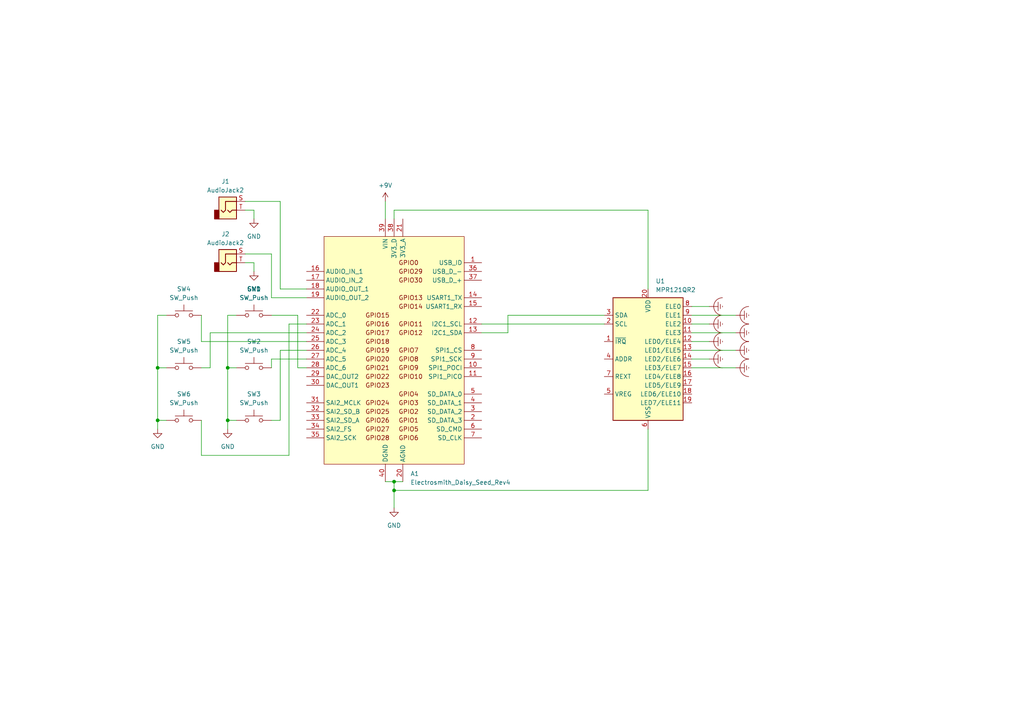
<source format=kicad_sch>
(kicad_sch (version 20230121) (generator eeschema)
  (paper "A4")
  (lib_symbols
    (symbol "Connector_Audio:AudioJack2"
      (property "Reference" "J" (at 0 8.89 0))
      (property "Value" "AudioJack2" (at 0 6.35 0))
      (symbol "AudioJack2_0_1"
        (rectangle (start -3.81 0) (end -2.54 -2.54) (stroke (width 0.254)) (fill (type outline)))
        (rectangle (start -2.54 3.81) (end 2.54 -2.54) (stroke (width 0.254)) (fill (type background)))
        (polyline (pts (xy 0 0) (xy 0.635 -0.635) (xy 1.27 0) (xy 2.54 0)) (stroke (width 0.254)))
        (polyline (pts (xy 2.54 2.54) (xy -0.635 2.54) (xy -0.635 0) (xy -1.27 -0.635) (xy -1.905 0)) (stroke (width 0.254)))
      )
      (symbol "AudioJack2_1_1"
        (pin passive line (at 5.08 2.54 180) (length 2.54) (name "~") (number "S"))
        (pin passive line (at 5.08 0 180) (length 2.54) (name "~") (number "T"))
      )
    )
    (symbol "MCU_Module:Electrosmith_Daisy_Seed_Rev4"
      (property "Reference" "A" (at -20.32 34.29 0))
      (property "Value" "Electrosmith_Daisy_Seed_Rev4" (at 33.02 34.29 0))
      (symbol "Electrosmith_Daisy_Seed_Rev4_0_0"
        (text "GPIO0" (at 1.27 25.4 0) (effects (font (size 1.27 1.27)) (justify left)))
        (text "GPIO1" (at 1.27 -20.32 0) (effects (font (size 1.27 1.27)) (justify left)))
        (text "GPIO10" (at 1.27 -7.62 0) (effects (font (size 1.27 1.27)) (justify left)))
        (text "GPIO11" (at 1.27 7.62 0) (effects (font (size 1.27 1.27)) (justify left)))
        (text "GPIO12" (at 1.27 5.08 0) (effects (font (size 1.27 1.27)) (justify left)))
        (text "GPIO13" (at 1.27 15.24 0) (effects (font (size 1.27 1.27)) (justify left)))
        (text "GPIO14" (at 1.27 12.7 0) (effects (font (size 1.27 1.27)) (justify left)))
        (text "GPIO15" (at -1.27 10.16 0) (effects (font (size 1.27 1.27)) (justify right)))
        (text "GPIO16" (at -1.27 7.62 0) (effects (font (size 1.27 1.27)) (justify right)))
        (text "GPIO17" (at -1.27 5.08 0) (effects (font (size 1.27 1.27)) (justify right)))
        (text "GPIO18" (at -1.27 2.54 0) (effects (font (size 1.27 1.27)) (justify right)))
        (text "GPIO19" (at -1.27 0 0) (effects (font (size 1.27 1.27)) (justify right)))
        (text "GPIO2" (at 1.27 -17.78 0) (effects (font (size 1.27 1.27)) (justify left)))
        (text "GPIO20" (at -1.27 -2.54 0) (effects (font (size 1.27 1.27)) (justify right)))
        (text "GPIO21" (at -1.27 -5.08 0) (effects (font (size 1.27 1.27)) (justify right)))
        (text "GPIO22" (at -1.27 -7.62 0) (effects (font (size 1.27 1.27)) (justify right)))
        (text "GPIO23" (at -1.27 -10.16 0) (effects (font (size 1.27 1.27)) (justify right)))
        (text "GPIO24" (at -1.27 -15.24 0) (effects (font (size 1.27 1.27)) (justify right)))
        (text "GPIO25" (at -1.27 -17.78 0) (effects (font (size 1.27 1.27)) (justify right)))
        (text "GPIO26" (at -1.27 -20.32 0) (effects (font (size 1.27 1.27)) (justify right)))
        (text "GPIO27" (at -1.27 -22.86 0) (effects (font (size 1.27 1.27)) (justify right)))
        (text "GPIO28" (at -1.27 -25.4 0) (effects (font (size 1.27 1.27)) (justify right)))
        (text "GPIO29" (at 1.27 22.86 0) (effects (font (size 1.27 1.27)) (justify left)))
        (text "GPIO3" (at 1.27 -15.24 0) (effects (font (size 1.27 1.27)) (justify left)))
        (text "GPIO30" (at 1.27 20.32 0) (effects (font (size 1.27 1.27)) (justify left)))
        (text "GPIO4" (at 1.27 -12.7 0) (effects (font (size 1.27 1.27)) (justify left)))
        (text "GPIO5" (at 1.27 -22.86 0) (effects (font (size 1.27 1.27)) (justify left)))
        (text "GPIO6" (at 1.27 -25.4 0) (effects (font (size 1.27 1.27)) (justify left)))
        (text "GPIO7" (at 1.27 0 0) (effects (font (size 1.27 1.27)) (justify left)))
        (text "GPIO8" (at 1.27 -2.54 0) (effects (font (size 1.27 1.27)) (justify left)))
        (text "GPIO9" (at 1.27 -5.08 0) (effects (font (size 1.27 1.27)) (justify left)))
        (pin bidirectional line (at 25.4 25.4 180) (length 5.08) (name "USB_ID") (number "1"))
        (pin bidirectional line (at 25.4 -5.08 180) (length 5.08) (name "SPI1_POCI") (number "10"))
        (pin bidirectional line (at 25.4 -7.62 180) (length 5.08) (name "SPI1_PICO") (number "11"))
        (pin bidirectional line (at 25.4 7.62 180) (length 5.08) (name "I2C1_SCL") (number "12"))
        (pin bidirectional line (at 25.4 5.08 180) (length 5.08) (name "I2C1_SDA") (number "13"))
        (pin bidirectional line (at 25.4 15.24 180) (length 5.08) (name "USART1_TX") (number "14"))
        (pin bidirectional line (at 25.4 12.7 180) (length 5.08) (name "USART1_RX") (number "15"))
        (pin input line (at -25.4 22.86 0) (length 5.08) (name "AUDIO_IN_1") (number "16"))
        (pin input line (at -25.4 20.32 0) (length 5.08) (name "AUDIO_IN_2") (number "17"))
        (pin output line (at -25.4 17.78 0) (length 5.08) (name "AUDIO_OUT_1") (number "18"))
        (pin output line (at -25.4 15.24 0) (length 5.08) (name "AUDIO_OUT_2") (number "19"))
        (pin bidirectional line (at 25.4 -20.32 180) (length 5.08) (name "SD_DATA_3") (number "2"))
        (pin power_in line (at 2.54 -38.1 90) (length 5.08) (name "AGND") (number "20"))
        (pin power_out line (at 2.54 38.1 270) (length 5.08) (name "3V3_A") (number "21"))
        (pin bidirectional line (at -25.4 10.16 0) (length 5.08) (name "ADC_0") (number "22"))
        (pin bidirectional line (at -25.4 7.62 0) (length 5.08) (name "ADC_1") (number "23"))
        (pin bidirectional line (at -25.4 5.08 0) (length 5.08) (name "ADC_2") (number "24"))
        (pin bidirectional line (at -25.4 2.54 0) (length 5.08) (name "ADC_3") (number "25"))
        (pin bidirectional line (at -25.4 0 0) (length 5.08) (name "ADC_4") (number "26"))
        (pin bidirectional line (at -25.4 -2.54 0) (length 5.08) (name "ADC_5") (number "27"))
        (pin bidirectional line (at -25.4 -5.08 0) (length 5.08) (name "ADC_6") (number "28"))
        (pin bidirectional line (at -25.4 -7.62 0) (length 5.08) (name "DAC_OUT2") (number "29"))
        (pin bidirectional line (at 25.4 -17.78 180) (length 5.08) (name "SD_DATA_2") (number "3"))
        (pin bidirectional line (at -25.4 -10.16 0) (length 5.08) (name "DAC_OUT1") (number "30"))
        (pin bidirectional line (at -25.4 -15.24 0) (length 5.08) (name "SAI2_MCLK") (number "31"))
        (pin bidirectional line (at -25.4 -17.78 0) (length 5.08) (name "SAI2_SD_B") (number "32"))
        (pin bidirectional line (at -25.4 -20.32 0) (length 5.08) (name "SAI2_SD_A") (number "33"))
        (pin bidirectional line (at -25.4 -22.86 0) (length 5.08) (name "SAI2_FS") (number "34"))
        (pin bidirectional line (at -25.4 -25.4 0) (length 5.08) (name "SAI2_SCK") (number "35"))
        (pin bidirectional line (at 25.4 22.86 180) (length 5.08) (name "USB_D_-") (number "36"))
        (pin bidirectional line (at 25.4 20.32 180) (length 5.08) (name "USB_D_+") (number "37"))
        (pin power_out line (at 0 38.1 270) (length 5.08) (name "3V3_D") (number "38"))
        (pin power_in line (at -2.54 38.1 270) (length 5.08) (name "VIN") (number "39"))
        (pin bidirectional line (at 25.4 -15.24 180) (length 5.08) (name "SD_DATA_1") (number "4"))
        (pin power_in line (at -2.54 -38.1 90) (length 5.08) (name "DGND") (number "40"))
        (pin bidirectional line (at 25.4 -12.7 180) (length 5.08) (name "SD_DATA_0") (number "5"))
        (pin bidirectional line (at 25.4 -22.86 180) (length 5.08) (name "SD_CMD") (number "6"))
        (pin bidirectional line (at 25.4 -25.4 180) (length 5.08) (name "SD_CLK") (number "7"))
        (pin bidirectional line (at 25.4 0 180) (length 5.08) (name "SPI1_CS") (number "8"))
        (pin bidirectional line (at 25.4 -2.54 180) (length 5.08) (name "SPI1_SCK") (number "9"))
      )
      (symbol "Electrosmith_Daisy_Seed_Rev4_0_1"
        (rectangle (start -20.32 33.02) (end 20.32 -33.02) (fill (type background)))
      )
    )
    (symbol "Sensor_Touch:MPR121QR2"
      (property "Reference" "U" (at -10.16 19.05 0))
      (property "Value" "MPR121QR2" (at 6.35 19.05 0))
      (symbol "MPR121QR2_0_1"
        (rectangle (start -10.16 17.78) (end 10.16 -17.78) (stroke (width 0.254)) (fill (type background)))
      )
      (symbol "MPR121QR2_1_1"
        (pin open_collector line (at -12.7 5.08 0) (length 2.54) (name "~{IRQ}") (number "1"))
        (pin passive line (at 12.7 10.16 180) (length 2.54) (name "ELE2") (number "10"))
        (pin passive line (at 12.7 7.62 180) (length 2.54) (name "ELE3") (number "11"))
        (pin passive line (at 12.7 5.08 180) (length 2.54) (name "LED0/ELE4") (number "12"))
        (pin passive line (at 12.7 2.54 180) (length 2.54) (name "LED1/ELE5") (number "13"))
        (pin passive line (at 12.7 0 180) (length 2.54) (name "LED2/ELE6") (number "14"))
        (pin passive line (at 12.7 -2.54 180) (length 2.54) (name "LED3/ELE7") (number "15"))
        (pin passive line (at 12.7 -5.08 180) (length 2.54) (name "LED4/ELE8") (number "16"))
        (pin passive line (at 12.7 -7.62 180) (length 2.54) (name "LED5/ELE9") (number "17"))
        (pin passive line (at 12.7 -10.16 180) (length 2.54) (name "LED6/ELE10") (number "18"))
        (pin passive line (at 12.7 -12.7 180) (length 2.54) (name "LED7/ELE11") (number "19"))
        (pin input line (at -12.7 10.16 0) (length 2.54) (name "SCL") (number "2"))
        (pin power_in line (at 0 20.32 270) (length 2.54) (name "VDD") (number "20"))
        (pin bidirectional line (at -12.7 12.7 0) (length 2.54) (name "SDA") (number "3"))
        (pin input line (at -12.7 0 0) (length 2.54) (name "ADDR") (number "4"))
        (pin passive line (at -12.7 -10.16 0) (length 2.54) (name "VREG") (number "5"))
        (pin power_in line (at 0 -20.32 90) (length 2.54) (name "VSS") (number "6"))
        (pin passive line (at -12.7 -5.08 0) (length 2.54) (name "REXT") (number "7"))
        (pin passive line (at 12.7 15.24 180) (length 2.54) (name "ELE0") (number "8"))
        (pin passive line (at 12.7 12.7 180) (length 2.54) (name "ELE1") (number "9"))
      )
    )
    (symbol "Switch:SW_Push" (pin_numbers hide) (pin_names (offset 1.016) hide)
      (property "Reference" "SW" (at 1.27 2.54 0))
      (property "Value" "SW_Push" (at 0 -1.524 0))
      (symbol "SW_Push_0_1"
        (circle (center -2.032 0) (radius 0.508))
        (polyline (pts (xy 0 1.27) (xy 0 3.048)))
        (polyline (pts (xy 2.54 1.27) (xy -2.54 1.27)))
        (circle (center 2.032 0) (radius 0.508))
        (pin passive line (at -5.08 0 0) (length 2.54) (name "1") (number "1"))
        (pin passive line (at 5.08 0 180) (length 2.54) (name "2") (number "2"))
      )
    )
    (symbol "power:+9V" (power) (pin_names (offset 0))
      (property "Value" "+9V" (at 0 3.556 0))
      (symbol "+9V_0_1"
        (polyline (pts (xy -0.762 1.27) (xy 0 2.54)))
        (polyline (pts (xy 0 0) (xy 0 2.54)))
        (polyline (pts (xy 0 2.54) (xy 0.762 1.27)))
      )
      (symbol "+9V_1_1"
        (pin power_in line (at 0 0 90) (length 0) hide (name "+9V") (number "1"))
      )
    )
    (symbol "power:Earth_Clean" (power) (pin_names (offset 0))
      (symbol "Earth_Clean_0_1"
        (polyline (pts (xy -0.635 -3.175) (xy 0.635 -3.175)))
        (polyline (pts (xy -0.127 -3.81) (xy 0.127 -3.81)))
        (polyline (pts (xy 0 -2.54) (xy 0 0)))
        (polyline (pts (xy 1.27 -2.54) (xy -1.27 -2.54)))
        (arc (start 2.54 -3.81) (mid 0 -1.281) (end -2.54 -3.81))
      )
      (symbol "Earth_Clean_1_1"
        (pin power_in line (at 0 0 270) (length 0) hide (name "Earth_Clean") (number "1"))
      )
    )
    (symbol "power:GND" (power) (pin_names (offset 0))
      (property "Value" "GND" (at 0 -3.81 0))
      (symbol "GND_0_1"
        (polyline (pts (xy 0 0) (xy 0 -1.27) (xy 1.27 -1.27) (xy 0 -2.54) (xy -1.27 -1.27) (xy 0 -1.27)))
      )
      (symbol "GND_1_1"
        (pin power_in line (at 0 0 270) (length 0) hide (name "GND") (number "1"))
      )
    )
  )
  (junction (at 114.3 142.24))
  (junction (at 114.3 139.7))
  (junction (at 66.04 121.92))
  (junction (at 45.72 121.92))
  (junction (at 66.04 106.68))
  (junction (at 45.72 106.68))
  (wire (pts (xy 88.9 104.14) (xy 78.74 104.14)))
  (wire (pts (xy 81.28 101.6) (xy 81.28 121.92)))
  (wire (pts (xy 45.72 121.92) (xy 45.72 124.46)))
  (wire (pts (xy 116.84 139.7) (xy 114.3 139.7)))
  (wire (pts (xy 71.12 60.96) (xy 73.66 60.96)))
  (wire (pts (xy 114.3 142.24) (xy 114.3 147.32)))
  (wire (pts (xy 187.96 60.96) (xy 187.96 83.82)))
  (wire (pts (xy 48.26 91.44) (xy 45.72 91.44)))
  (wire (pts (xy 200.66 93.98) (xy 205.74 93.98)))
  (wire (pts (xy 111.76 58.42) (xy 111.76 63.5)))
  (wire (pts (xy 71.12 76.2) (xy 73.66 76.2)))
  (wire (pts (xy 66.04 106.68) (xy 66.04 121.92)))
  (wire (pts (xy 78.74 73.66) (xy 78.74 86.36)))
  (wire (pts (xy 83.82 93.98) (xy 83.82 132.08)))
  (wire (pts (xy 58.42 106.68) (xy 60.96 106.68)))
  (wire (pts (xy 114.3 142.24) (xy 187.96 142.24)))
  (wire (pts (xy 139.7 93.98) (xy 175.26 93.98)))
  (wire (pts (xy 88.9 93.98) (xy 83.82 93.98)))
  (wire (pts (xy 81.28 121.92) (xy 78.74 121.92)))
  (wire (pts (xy 200.66 99.06) (xy 205.74 99.06)))
  (wire (pts (xy 66.04 91.44) (xy 66.04 106.68)))
  (wire (pts (xy 60.96 96.52) (xy 60.96 106.68)))
  (wire (pts (xy 73.66 76.2) (xy 73.66 78.74)))
  (wire (pts (xy 45.72 106.68) (xy 45.72 121.92)))
  (wire (pts (xy 78.74 104.14) (xy 78.74 106.68)))
  (wire (pts (xy 200.66 104.14) (xy 205.74 104.14)))
  (wire (pts (xy 45.72 106.68) (xy 48.26 106.68)))
  (wire (pts (xy 200.66 91.44) (xy 213.36 91.44)))
  (wire (pts (xy 73.66 60.96) (xy 73.66 63.5)))
  (wire (pts (xy 71.12 73.66) (xy 78.74 73.66)))
  (wire (pts (xy 66.04 121.92) (xy 68.58 121.92)))
  (wire (pts (xy 71.12 58.42) (xy 81.28 58.42)))
  (wire (pts (xy 111.76 139.7) (xy 114.3 139.7)))
  (wire (pts (xy 86.36 106.68) (xy 86.36 91.44)))
  (wire (pts (xy 114.3 63.5) (xy 114.3 60.96)))
  (wire (pts (xy 200.66 96.52) (xy 213.36 96.52)))
  (wire (pts (xy 78.74 86.36) (xy 88.9 86.36)))
  (wire (pts (xy 86.36 91.44) (xy 78.74 91.44)))
  (wire (pts (xy 83.82 132.08) (xy 58.42 132.08)))
  (wire (pts (xy 66.04 121.92) (xy 66.04 124.46)))
  (wire (pts (xy 147.32 96.52) (xy 147.32 91.44)))
  (wire (pts (xy 45.72 91.44) (xy 45.72 106.68)))
  (wire (pts (xy 58.42 99.06) (xy 58.42 91.44)))
  (wire (pts (xy 58.42 99.06) (xy 88.9 99.06)))
  (wire (pts (xy 88.9 101.6) (xy 81.28 101.6)))
  (wire (pts (xy 139.7 96.52) (xy 147.32 96.52)))
  (wire (pts (xy 66.04 106.68) (xy 68.58 106.68)))
  (wire (pts (xy 147.32 91.44) (xy 175.26 91.44)))
  (wire (pts (xy 81.28 83.82) (xy 88.9 83.82)))
  (wire (pts (xy 81.28 58.42) (xy 81.28 83.82)))
  (wire (pts (xy 68.58 91.44) (xy 66.04 91.44)))
  (wire (pts (xy 187.96 124.46) (xy 187.96 142.24)))
  (wire (pts (xy 200.66 88.9) (xy 205.74 88.9)))
  (wire (pts (xy 88.9 96.52) (xy 60.96 96.52)))
  (wire (pts (xy 200.66 101.6) (xy 213.36 101.6)))
  (wire (pts (xy 114.3 139.7) (xy 114.3 142.24)))
  (wire (pts (xy 88.9 106.68) (xy 86.36 106.68)))
  (wire (pts (xy 48.26 121.92) (xy 45.72 121.92)))
  (wire (pts (xy 114.3 60.96) (xy 187.96 60.96)))
  (wire (pts (xy 200.66 106.68) (xy 213.36 106.68)))
  (wire (pts (xy 58.42 132.08) (xy 58.42 121.92)))
  (symbol (lib_id "power:Earth_Clean") (at 205.74 93.98 90) (unit 1)
    (property "Reference" "#PWR07" (effects hide))
    (property "Value" "Earth_Clean" (effects hide))
  )
  (symbol (lib_id "Switch:SW_Push") (at 53.34 106.68 0) (unit 1)
    (property "Reference" "SW5" (at 53.34 99.06 0))
    (property "Value" "SW_Push" (at 53.34 101.6 0))
  )
  (symbol (lib_id "power:Earth_Clean") (at 213.36 96.52 90) (unit 1)
    (property "Reference" "#PWR08" (effects hide))
    (property "Value" "Earth_Clean" (effects hide))
  )
  (symbol (lib_id "power:Earth_Clean") (at 213.36 101.6 90) (unit 1)
    (property "Reference" "#PWR010" (effects hide))
    (property "Value" "Earth_Clean" (effects hide))
  )
  (symbol (lib_id "power:GND") (at 66.04 124.46 0) (unit 1)
    (property "Reference" "#PWR04" (effects hide))
    (property "Value" "GND" (at 66.04 129.54 0))
  )
  (symbol (lib_id "Sensor_Touch:MPR121QR2") (at 187.96 104.14 0) (unit 1)
    (property "Reference" "U1" (at 190.1541 81.534 0) (effects (justify left)))
    (property "Value" "MPR121QR2" (at 190.1541 84.074 0) (effects (justify left)))
    (property "Footprint" "Package_DFN_QFN:UQFN-20_3x3mm_P0.4mm" (effects hide))
    (property "Datasheet" "https://resurgentsemi.com/wp-content/uploads/2018/09/MPR121_rev5-Resurgent.pdf?d453f8&d453f8" (effects hide))
  )
  (symbol (lib_id "power:GND") (at 73.66 63.5 0) (unit 1)
    (property "Reference" "#PWR014" (effects hide))
    (property "Value" "GND" (at 73.66 68.58 0))
  )
  (symbol (lib_id "power:GND") (at 73.66 78.74 0) (unit 1)
    (property "Reference" "#PWR013" (effects hide))
    (property "Value" "GND" (at 73.66 83.82 0))
  )
  (symbol (lib_id "Switch:SW_Push") (at 73.66 121.92 0) (unit 1)
    (property "Reference" "SW3" (at 73.66 114.3 0))
    (property "Value" "SW_Push" (at 73.66 116.84 0))
  )
  (symbol (lib_id "Connector_Audio:AudioJack2") (at 66.04 76.2 0) (unit 1)
    (property "Reference" "J2" (at 65.405 67.8942 0))
    (property "Value" "AudioJack2" (at 65.405 70.4342 0))
  )
  (symbol (lib_id "Switch:SW_Push") (at 73.66 106.68 0) (unit 1)
    (property "Reference" "SW2" (at 73.66 99.06 0))
    (property "Value" "SW_Push" (at 73.66 101.6 0))
  )
  (symbol (lib_id "Switch:SW_Push") (at 53.34 121.92 0) (unit 1)
    (property "Reference" "SW6" (at 53.34 114.3 0))
    (property "Value" "SW_Push" (at 53.34 116.84 0))
  )
  (symbol (lib_id "power:Earth_Clean") (at 205.74 104.14 90) (unit 1)
    (property "Reference" "#PWR011" (effects hide))
    (property "Value" "Earth_Clean" (effects hide))
  )
  (symbol (lib_id "power:Earth_Clean") (at 213.36 106.68 90) (unit 1)
    (property "Reference" "#PWR012" (effects hide))
    (property "Value" "Earth_Clean" (effects hide))
  )
  (symbol (lib_id "power:GND") (at 45.72 124.46 0) (unit 1)
    (property "Reference" "#PWR03" (effects hide))
    (property "Value" "GND" (at 45.72 129.54 0))
  )
  (symbol (lib_id "power:Earth_Clean") (at 213.36 91.44 90) (unit 1)
    (property "Reference" "#PWR06" (effects hide))
    (property "Value" "Earth_Clean" (effects hide))
  )
  (symbol (lib_id "Connector_Audio:AudioJack2") (at 66.04 60.96 0) (unit 1)
    (property "Reference" "J1" (at 65.405 52.6288 0))
    (property "Value" "AudioJack2" (at 65.405 55.1688 0))
  )
  (symbol (lib_id "power:+9V") (at 111.76 58.42 0) (unit 1)
    (property "Reference" "#PWR01" (effects hide))
    (property "Value" "+9V" (at 111.76 53.7718 0))
  )
  (symbol (lib_id "power:GND") (at 114.3 147.32 0) (unit 1)
    (property "Reference" "#PWR02" (effects hide))
    (property "Value" "GND" (at 114.3 152.4 0))
  )
  (symbol (lib_id "Switch:SW_Push") (at 53.34 91.44 0) (unit 1)
    (property "Reference" "SW4" (at 53.34 83.82 0))
    (property "Value" "SW_Push" (at 53.34 86.36 0))
  )
  (symbol (lib_id "MCU_Module:Electrosmith_Daisy_Seed_Rev4") (at 114.3 101.6 0) (unit 1)
    (property "Reference" "A1" (at 119.0341 137.3886 0) (effects (justify left)))
    (property "Value" "Electrosmith_Daisy_Seed_Rev4" (at 119.0341 139.9286 0) (effects (justify left)))
    (property "Footprint" "Module:Electrosmith_Daisy_Seed" (effects hide))
    (property "Datasheet" "https://static1.squarespace.com/static/58d03fdc1b10e3bf442567b8/t/6227e6236f02fb68d1577146/1646781988478/Daisy_Seed_datasheet_v1.0.3.pdf" (effects hide))
  )
  (symbol (lib_id "power:Earth_Clean") (at 205.74 99.06 90) (unit 1)
    (property "Reference" "#PWR09" (effects hide))
    (property "Value" "Earth_Clean" (effects hide))
  )
  (symbol (lib_id "Switch:SW_Push") (at 73.66 91.44 0) (unit 1)
    (property "Reference" "SW1" (at 73.66 83.82 0))
    (property "Value" "SW_Push" (at 73.66 86.36 0))
  )
  (symbol (lib_id "power:Earth_Clean") (at 205.74 88.9 90) (unit 1)
    (property "Reference" "#PWR05" (effects hide))
    (property "Value" "Earth_Clean" (effects hide))
  )
)
</source>
